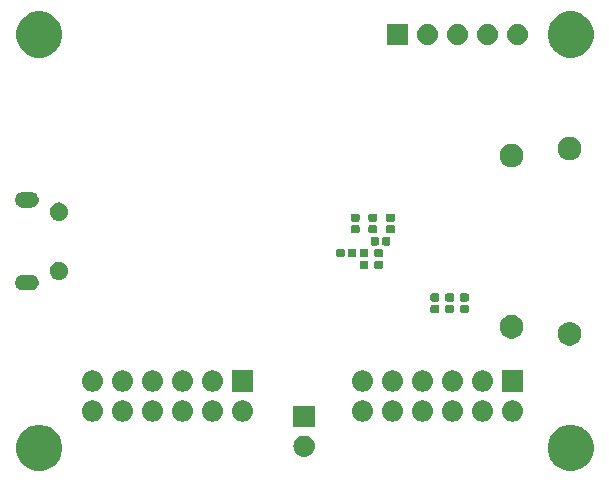
<source format=gbr>
G04 #@! TF.GenerationSoftware,KiCad,Pcbnew,5.0.2-bee76a0~70~ubuntu18.04.1*
G04 #@! TF.CreationDate,2020-08-11T13:50:02+01:00*
G04 #@! TF.ProjectId,picodvi,7069636f-6476-4692-9e6b-696361645f70,rev?*
G04 #@! TF.SameCoordinates,Original*
G04 #@! TF.FileFunction,Soldermask,Bot*
G04 #@! TF.FilePolarity,Negative*
%FSLAX46Y46*%
G04 Gerber Fmt 4.6, Leading zero omitted, Abs format (unit mm)*
G04 Created by KiCad (PCBNEW 5.0.2-bee76a0~70~ubuntu18.04.1) date Tue 11 Aug 2020 13:50:02 BST*
%MOMM*%
%LPD*%
G01*
G04 APERTURE LIST*
%ADD10C,0.100000*%
G04 APERTURE END LIST*
D10*
G36*
X248068795Y-120624937D02*
X248423670Y-120771932D01*
X248743053Y-120985337D01*
X249014663Y-121256947D01*
X249228068Y-121576330D01*
X249375063Y-121931205D01*
X249450000Y-122307942D01*
X249450000Y-122692058D01*
X249375063Y-123068795D01*
X249228068Y-123423670D01*
X249014663Y-123743053D01*
X248743053Y-124014663D01*
X248423670Y-124228068D01*
X248068795Y-124375063D01*
X247692058Y-124450000D01*
X247307942Y-124450000D01*
X246931205Y-124375063D01*
X246576330Y-124228068D01*
X246256947Y-124014663D01*
X245985337Y-123743053D01*
X245771932Y-123423670D01*
X245624937Y-123068795D01*
X245550000Y-122692058D01*
X245550000Y-122307942D01*
X245624937Y-121931205D01*
X245771932Y-121576330D01*
X245985337Y-121256947D01*
X246256947Y-120985337D01*
X246576330Y-120771932D01*
X246931205Y-120624937D01*
X247307942Y-120550000D01*
X247692058Y-120550000D01*
X248068795Y-120624937D01*
X248068795Y-120624937D01*
G37*
G36*
X203068795Y-120624937D02*
X203423670Y-120771932D01*
X203743053Y-120985337D01*
X204014663Y-121256947D01*
X204228068Y-121576330D01*
X204375063Y-121931205D01*
X204450000Y-122307942D01*
X204450000Y-122692058D01*
X204375063Y-123068795D01*
X204228068Y-123423670D01*
X204014663Y-123743053D01*
X203743053Y-124014663D01*
X203423670Y-124228068D01*
X203068795Y-124375063D01*
X202692058Y-124450000D01*
X202307942Y-124450000D01*
X201931205Y-124375063D01*
X201576330Y-124228068D01*
X201256947Y-124014663D01*
X200985337Y-123743053D01*
X200771932Y-123423670D01*
X200624937Y-123068795D01*
X200550000Y-122692058D01*
X200550000Y-122307942D01*
X200624937Y-121931205D01*
X200771932Y-121576330D01*
X200985337Y-121256947D01*
X201256947Y-120985337D01*
X201576330Y-120771932D01*
X201931205Y-120624937D01*
X202307942Y-120550000D01*
X202692058Y-120550000D01*
X203068795Y-120624937D01*
X203068795Y-120624937D01*
G37*
G36*
X225101487Y-121483249D02*
X225271140Y-121534713D01*
X225411441Y-121609706D01*
X225427488Y-121618283D01*
X225564531Y-121730751D01*
X225676999Y-121867794D01*
X225677000Y-121867796D01*
X225760569Y-122024142D01*
X225812033Y-122193795D01*
X225829410Y-122370226D01*
X225812033Y-122546657D01*
X225760569Y-122716310D01*
X225685576Y-122856611D01*
X225676999Y-122872658D01*
X225564531Y-123009701D01*
X225427488Y-123122169D01*
X225427486Y-123122170D01*
X225271140Y-123205739D01*
X225271137Y-123205740D01*
X225101487Y-123257203D01*
X224969263Y-123270226D01*
X224880849Y-123270226D01*
X224748625Y-123257203D01*
X224578975Y-123205740D01*
X224578972Y-123205739D01*
X224422626Y-123122170D01*
X224422624Y-123122169D01*
X224285581Y-123009701D01*
X224173113Y-122872658D01*
X224164536Y-122856611D01*
X224089543Y-122716310D01*
X224038079Y-122546657D01*
X224020702Y-122370226D01*
X224038079Y-122193795D01*
X224089543Y-122024142D01*
X224173112Y-121867796D01*
X224173113Y-121867794D01*
X224285581Y-121730751D01*
X224422624Y-121618283D01*
X224438671Y-121609706D01*
X224578972Y-121534713D01*
X224748625Y-121483249D01*
X224880849Y-121470226D01*
X224969263Y-121470226D01*
X225101487Y-121483249D01*
X225101487Y-121483249D01*
G37*
G36*
X225825056Y-120730226D02*
X224025056Y-120730226D01*
X224025056Y-118930226D01*
X225825056Y-118930226D01*
X225825056Y-120730226D01*
X225825056Y-120730226D01*
G37*
G36*
X230046431Y-118493023D02*
X230216084Y-118544487D01*
X230356385Y-118619480D01*
X230372432Y-118628057D01*
X230509475Y-118740525D01*
X230621943Y-118877568D01*
X230621944Y-118877570D01*
X230705513Y-119033916D01*
X230756977Y-119203569D01*
X230774354Y-119380000D01*
X230756977Y-119556431D01*
X230705513Y-119726084D01*
X230630520Y-119866385D01*
X230621943Y-119882432D01*
X230509475Y-120019475D01*
X230372432Y-120131943D01*
X230372430Y-120131944D01*
X230216084Y-120215513D01*
X230216081Y-120215514D01*
X230046431Y-120266977D01*
X229914207Y-120280000D01*
X229825793Y-120280000D01*
X229693569Y-120266977D01*
X229523919Y-120215514D01*
X229523916Y-120215513D01*
X229367570Y-120131944D01*
X229367568Y-120131943D01*
X229230525Y-120019475D01*
X229118057Y-119882432D01*
X229109480Y-119866385D01*
X229034487Y-119726084D01*
X228983023Y-119556431D01*
X228965646Y-119380000D01*
X228983023Y-119203569D01*
X229034487Y-119033916D01*
X229118056Y-118877570D01*
X229118057Y-118877568D01*
X229230525Y-118740525D01*
X229367568Y-118628057D01*
X229383615Y-118619480D01*
X229523916Y-118544487D01*
X229693569Y-118493023D01*
X229825793Y-118480000D01*
X229914207Y-118480000D01*
X230046431Y-118493023D01*
X230046431Y-118493023D01*
G37*
G36*
X240206431Y-118493023D02*
X240376084Y-118544487D01*
X240516385Y-118619480D01*
X240532432Y-118628057D01*
X240669475Y-118740525D01*
X240781943Y-118877568D01*
X240781944Y-118877570D01*
X240865513Y-119033916D01*
X240916977Y-119203569D01*
X240934354Y-119380000D01*
X240916977Y-119556431D01*
X240865513Y-119726084D01*
X240790520Y-119866385D01*
X240781943Y-119882432D01*
X240669475Y-120019475D01*
X240532432Y-120131943D01*
X240532430Y-120131944D01*
X240376084Y-120215513D01*
X240206431Y-120266977D01*
X240074207Y-120280000D01*
X239985793Y-120280000D01*
X239853569Y-120266977D01*
X239683916Y-120215513D01*
X239527570Y-120131944D01*
X239527568Y-120131943D01*
X239390525Y-120019475D01*
X239278057Y-119882432D01*
X239269480Y-119866385D01*
X239194487Y-119726084D01*
X239143023Y-119556431D01*
X239125646Y-119380000D01*
X239143023Y-119203569D01*
X239194487Y-119033916D01*
X239278056Y-118877570D01*
X239278057Y-118877568D01*
X239390525Y-118740525D01*
X239527568Y-118628057D01*
X239543615Y-118619480D01*
X239683916Y-118544487D01*
X239853569Y-118493023D01*
X239985793Y-118480000D01*
X240074207Y-118480000D01*
X240206431Y-118493023D01*
X240206431Y-118493023D01*
G37*
G36*
X235126431Y-118493023D02*
X235296084Y-118544487D01*
X235436385Y-118619480D01*
X235452432Y-118628057D01*
X235589475Y-118740525D01*
X235701943Y-118877568D01*
X235701944Y-118877570D01*
X235785513Y-119033916D01*
X235836977Y-119203569D01*
X235854354Y-119380000D01*
X235836977Y-119556431D01*
X235785513Y-119726084D01*
X235710520Y-119866385D01*
X235701943Y-119882432D01*
X235589475Y-120019475D01*
X235452432Y-120131943D01*
X235452430Y-120131944D01*
X235296084Y-120215513D01*
X235296081Y-120215514D01*
X235126431Y-120266977D01*
X234994207Y-120280000D01*
X234905793Y-120280000D01*
X234773569Y-120266977D01*
X234603919Y-120215514D01*
X234603916Y-120215513D01*
X234447570Y-120131944D01*
X234447568Y-120131943D01*
X234310525Y-120019475D01*
X234198057Y-119882432D01*
X234189480Y-119866385D01*
X234114487Y-119726084D01*
X234063023Y-119556431D01*
X234045646Y-119380000D01*
X234063023Y-119203569D01*
X234114487Y-119033916D01*
X234198056Y-118877570D01*
X234198057Y-118877568D01*
X234310525Y-118740525D01*
X234447568Y-118628057D01*
X234463615Y-118619480D01*
X234603916Y-118544487D01*
X234773569Y-118493023D01*
X234905793Y-118480000D01*
X234994207Y-118480000D01*
X235126431Y-118493023D01*
X235126431Y-118493023D01*
G37*
G36*
X232586431Y-118493023D02*
X232756084Y-118544487D01*
X232896385Y-118619480D01*
X232912432Y-118628057D01*
X233049475Y-118740525D01*
X233161943Y-118877568D01*
X233161944Y-118877570D01*
X233245513Y-119033916D01*
X233296977Y-119203569D01*
X233314354Y-119380000D01*
X233296977Y-119556431D01*
X233245513Y-119726084D01*
X233170520Y-119866385D01*
X233161943Y-119882432D01*
X233049475Y-120019475D01*
X232912432Y-120131943D01*
X232912430Y-120131944D01*
X232756084Y-120215513D01*
X232756081Y-120215514D01*
X232586431Y-120266977D01*
X232454207Y-120280000D01*
X232365793Y-120280000D01*
X232233569Y-120266977D01*
X232063919Y-120215514D01*
X232063916Y-120215513D01*
X231907570Y-120131944D01*
X231907568Y-120131943D01*
X231770525Y-120019475D01*
X231658057Y-119882432D01*
X231649480Y-119866385D01*
X231574487Y-119726084D01*
X231523023Y-119556431D01*
X231505646Y-119380000D01*
X231523023Y-119203569D01*
X231574487Y-119033916D01*
X231658056Y-118877570D01*
X231658057Y-118877568D01*
X231770525Y-118740525D01*
X231907568Y-118628057D01*
X231923615Y-118619480D01*
X232063916Y-118544487D01*
X232233569Y-118493023D01*
X232365793Y-118480000D01*
X232454207Y-118480000D01*
X232586431Y-118493023D01*
X232586431Y-118493023D01*
G37*
G36*
X207186431Y-118493023D02*
X207356084Y-118544487D01*
X207496385Y-118619480D01*
X207512432Y-118628057D01*
X207649475Y-118740525D01*
X207761943Y-118877568D01*
X207761944Y-118877570D01*
X207845513Y-119033916D01*
X207896977Y-119203569D01*
X207914354Y-119380000D01*
X207896977Y-119556431D01*
X207845513Y-119726084D01*
X207770520Y-119866385D01*
X207761943Y-119882432D01*
X207649475Y-120019475D01*
X207512432Y-120131943D01*
X207512430Y-120131944D01*
X207356084Y-120215513D01*
X207356081Y-120215514D01*
X207186431Y-120266977D01*
X207054207Y-120280000D01*
X206965793Y-120280000D01*
X206833569Y-120266977D01*
X206663919Y-120215514D01*
X206663916Y-120215513D01*
X206507570Y-120131944D01*
X206507568Y-120131943D01*
X206370525Y-120019475D01*
X206258057Y-119882432D01*
X206249480Y-119866385D01*
X206174487Y-119726084D01*
X206123023Y-119556431D01*
X206105646Y-119380000D01*
X206123023Y-119203569D01*
X206174487Y-119033916D01*
X206258056Y-118877570D01*
X206258057Y-118877568D01*
X206370525Y-118740525D01*
X206507568Y-118628057D01*
X206523615Y-118619480D01*
X206663916Y-118544487D01*
X206833569Y-118493023D01*
X206965793Y-118480000D01*
X207054207Y-118480000D01*
X207186431Y-118493023D01*
X207186431Y-118493023D01*
G37*
G36*
X209726431Y-118493023D02*
X209896084Y-118544487D01*
X210036385Y-118619480D01*
X210052432Y-118628057D01*
X210189475Y-118740525D01*
X210301943Y-118877568D01*
X210301944Y-118877570D01*
X210385513Y-119033916D01*
X210436977Y-119203569D01*
X210454354Y-119380000D01*
X210436977Y-119556431D01*
X210385513Y-119726084D01*
X210310520Y-119866385D01*
X210301943Y-119882432D01*
X210189475Y-120019475D01*
X210052432Y-120131943D01*
X210052430Y-120131944D01*
X209896084Y-120215513D01*
X209896081Y-120215514D01*
X209726431Y-120266977D01*
X209594207Y-120280000D01*
X209505793Y-120280000D01*
X209373569Y-120266977D01*
X209203919Y-120215514D01*
X209203916Y-120215513D01*
X209047570Y-120131944D01*
X209047568Y-120131943D01*
X208910525Y-120019475D01*
X208798057Y-119882432D01*
X208789480Y-119866385D01*
X208714487Y-119726084D01*
X208663023Y-119556431D01*
X208645646Y-119380000D01*
X208663023Y-119203569D01*
X208714487Y-119033916D01*
X208798056Y-118877570D01*
X208798057Y-118877568D01*
X208910525Y-118740525D01*
X209047568Y-118628057D01*
X209063615Y-118619480D01*
X209203916Y-118544487D01*
X209373569Y-118493023D01*
X209505793Y-118480000D01*
X209594207Y-118480000D01*
X209726431Y-118493023D01*
X209726431Y-118493023D01*
G37*
G36*
X212266431Y-118493023D02*
X212436084Y-118544487D01*
X212576385Y-118619480D01*
X212592432Y-118628057D01*
X212729475Y-118740525D01*
X212841943Y-118877568D01*
X212841944Y-118877570D01*
X212925513Y-119033916D01*
X212976977Y-119203569D01*
X212994354Y-119380000D01*
X212976977Y-119556431D01*
X212925513Y-119726084D01*
X212850520Y-119866385D01*
X212841943Y-119882432D01*
X212729475Y-120019475D01*
X212592432Y-120131943D01*
X212592430Y-120131944D01*
X212436084Y-120215513D01*
X212436081Y-120215514D01*
X212266431Y-120266977D01*
X212134207Y-120280000D01*
X212045793Y-120280000D01*
X211913569Y-120266977D01*
X211743919Y-120215514D01*
X211743916Y-120215513D01*
X211587570Y-120131944D01*
X211587568Y-120131943D01*
X211450525Y-120019475D01*
X211338057Y-119882432D01*
X211329480Y-119866385D01*
X211254487Y-119726084D01*
X211203023Y-119556431D01*
X211185646Y-119380000D01*
X211203023Y-119203569D01*
X211254487Y-119033916D01*
X211338056Y-118877570D01*
X211338057Y-118877568D01*
X211450525Y-118740525D01*
X211587568Y-118628057D01*
X211603615Y-118619480D01*
X211743916Y-118544487D01*
X211913569Y-118493023D01*
X212045793Y-118480000D01*
X212134207Y-118480000D01*
X212266431Y-118493023D01*
X212266431Y-118493023D01*
G37*
G36*
X214806431Y-118493023D02*
X214976084Y-118544487D01*
X215116385Y-118619480D01*
X215132432Y-118628057D01*
X215269475Y-118740525D01*
X215381943Y-118877568D01*
X215381944Y-118877570D01*
X215465513Y-119033916D01*
X215516977Y-119203569D01*
X215534354Y-119380000D01*
X215516977Y-119556431D01*
X215465513Y-119726084D01*
X215390520Y-119866385D01*
X215381943Y-119882432D01*
X215269475Y-120019475D01*
X215132432Y-120131943D01*
X215132430Y-120131944D01*
X214976084Y-120215513D01*
X214976081Y-120215514D01*
X214806431Y-120266977D01*
X214674207Y-120280000D01*
X214585793Y-120280000D01*
X214453569Y-120266977D01*
X214283919Y-120215514D01*
X214283916Y-120215513D01*
X214127570Y-120131944D01*
X214127568Y-120131943D01*
X213990525Y-120019475D01*
X213878057Y-119882432D01*
X213869480Y-119866385D01*
X213794487Y-119726084D01*
X213743023Y-119556431D01*
X213725646Y-119380000D01*
X213743023Y-119203569D01*
X213794487Y-119033916D01*
X213878056Y-118877570D01*
X213878057Y-118877568D01*
X213990525Y-118740525D01*
X214127568Y-118628057D01*
X214143615Y-118619480D01*
X214283916Y-118544487D01*
X214453569Y-118493023D01*
X214585793Y-118480000D01*
X214674207Y-118480000D01*
X214806431Y-118493023D01*
X214806431Y-118493023D01*
G37*
G36*
X217346431Y-118493023D02*
X217516084Y-118544487D01*
X217656385Y-118619480D01*
X217672432Y-118628057D01*
X217809475Y-118740525D01*
X217921943Y-118877568D01*
X217921944Y-118877570D01*
X218005513Y-119033916D01*
X218056977Y-119203569D01*
X218074354Y-119380000D01*
X218056977Y-119556431D01*
X218005513Y-119726084D01*
X217930520Y-119866385D01*
X217921943Y-119882432D01*
X217809475Y-120019475D01*
X217672432Y-120131943D01*
X217672430Y-120131944D01*
X217516084Y-120215513D01*
X217516081Y-120215514D01*
X217346431Y-120266977D01*
X217214207Y-120280000D01*
X217125793Y-120280000D01*
X216993569Y-120266977D01*
X216823919Y-120215514D01*
X216823916Y-120215513D01*
X216667570Y-120131944D01*
X216667568Y-120131943D01*
X216530525Y-120019475D01*
X216418057Y-119882432D01*
X216409480Y-119866385D01*
X216334487Y-119726084D01*
X216283023Y-119556431D01*
X216265646Y-119380000D01*
X216283023Y-119203569D01*
X216334487Y-119033916D01*
X216418056Y-118877570D01*
X216418057Y-118877568D01*
X216530525Y-118740525D01*
X216667568Y-118628057D01*
X216683615Y-118619480D01*
X216823916Y-118544487D01*
X216993569Y-118493023D01*
X217125793Y-118480000D01*
X217214207Y-118480000D01*
X217346431Y-118493023D01*
X217346431Y-118493023D01*
G37*
G36*
X219886431Y-118493023D02*
X220056084Y-118544487D01*
X220196385Y-118619480D01*
X220212432Y-118628057D01*
X220349475Y-118740525D01*
X220461943Y-118877568D01*
X220461944Y-118877570D01*
X220545513Y-119033916D01*
X220596977Y-119203569D01*
X220614354Y-119380000D01*
X220596977Y-119556431D01*
X220545513Y-119726084D01*
X220470520Y-119866385D01*
X220461943Y-119882432D01*
X220349475Y-120019475D01*
X220212432Y-120131943D01*
X220212430Y-120131944D01*
X220056084Y-120215513D01*
X220056081Y-120215514D01*
X219886431Y-120266977D01*
X219754207Y-120280000D01*
X219665793Y-120280000D01*
X219533569Y-120266977D01*
X219363919Y-120215514D01*
X219363916Y-120215513D01*
X219207570Y-120131944D01*
X219207568Y-120131943D01*
X219070525Y-120019475D01*
X218958057Y-119882432D01*
X218949480Y-119866385D01*
X218874487Y-119726084D01*
X218823023Y-119556431D01*
X218805646Y-119380000D01*
X218823023Y-119203569D01*
X218874487Y-119033916D01*
X218958056Y-118877570D01*
X218958057Y-118877568D01*
X219070525Y-118740525D01*
X219207568Y-118628057D01*
X219223615Y-118619480D01*
X219363916Y-118544487D01*
X219533569Y-118493023D01*
X219665793Y-118480000D01*
X219754207Y-118480000D01*
X219886431Y-118493023D01*
X219886431Y-118493023D01*
G37*
G36*
X242746431Y-118493023D02*
X242916084Y-118544487D01*
X243056385Y-118619480D01*
X243072432Y-118628057D01*
X243209475Y-118740525D01*
X243321943Y-118877568D01*
X243321944Y-118877570D01*
X243405513Y-119033916D01*
X243456977Y-119203569D01*
X243474354Y-119380000D01*
X243456977Y-119556431D01*
X243405513Y-119726084D01*
X243330520Y-119866385D01*
X243321943Y-119882432D01*
X243209475Y-120019475D01*
X243072432Y-120131943D01*
X243072430Y-120131944D01*
X242916084Y-120215513D01*
X242746431Y-120266977D01*
X242614207Y-120280000D01*
X242525793Y-120280000D01*
X242393569Y-120266977D01*
X242223916Y-120215513D01*
X242067570Y-120131944D01*
X242067568Y-120131943D01*
X241930525Y-120019475D01*
X241818057Y-119882432D01*
X241809480Y-119866385D01*
X241734487Y-119726084D01*
X241683023Y-119556431D01*
X241665646Y-119380000D01*
X241683023Y-119203569D01*
X241734487Y-119033916D01*
X241818056Y-118877570D01*
X241818057Y-118877568D01*
X241930525Y-118740525D01*
X242067568Y-118628057D01*
X242083615Y-118619480D01*
X242223916Y-118544487D01*
X242393569Y-118493023D01*
X242525793Y-118480000D01*
X242614207Y-118480000D01*
X242746431Y-118493023D01*
X242746431Y-118493023D01*
G37*
G36*
X237666431Y-118493023D02*
X237836084Y-118544487D01*
X237976385Y-118619480D01*
X237992432Y-118628057D01*
X238129475Y-118740525D01*
X238241943Y-118877568D01*
X238241944Y-118877570D01*
X238325513Y-119033916D01*
X238376977Y-119203569D01*
X238394354Y-119380000D01*
X238376977Y-119556431D01*
X238325513Y-119726084D01*
X238250520Y-119866385D01*
X238241943Y-119882432D01*
X238129475Y-120019475D01*
X237992432Y-120131943D01*
X237992430Y-120131944D01*
X237836084Y-120215513D01*
X237666431Y-120266977D01*
X237534207Y-120280000D01*
X237445793Y-120280000D01*
X237313569Y-120266977D01*
X237143916Y-120215513D01*
X236987570Y-120131944D01*
X236987568Y-120131943D01*
X236850525Y-120019475D01*
X236738057Y-119882432D01*
X236729480Y-119866385D01*
X236654487Y-119726084D01*
X236603023Y-119556431D01*
X236585646Y-119380000D01*
X236603023Y-119203569D01*
X236654487Y-119033916D01*
X236738056Y-118877570D01*
X236738057Y-118877568D01*
X236850525Y-118740525D01*
X236987568Y-118628057D01*
X237003615Y-118619480D01*
X237143916Y-118544487D01*
X237313569Y-118493023D01*
X237445793Y-118480000D01*
X237534207Y-118480000D01*
X237666431Y-118493023D01*
X237666431Y-118493023D01*
G37*
G36*
X212266431Y-115953023D02*
X212436084Y-116004487D01*
X212576385Y-116079480D01*
X212592432Y-116088057D01*
X212729475Y-116200525D01*
X212841943Y-116337568D01*
X212841944Y-116337570D01*
X212925513Y-116493916D01*
X212976977Y-116663569D01*
X212994354Y-116840000D01*
X212976977Y-117016431D01*
X212925513Y-117186084D01*
X212850520Y-117326385D01*
X212841943Y-117342432D01*
X212729475Y-117479475D01*
X212592432Y-117591943D01*
X212592430Y-117591944D01*
X212436084Y-117675513D01*
X212436081Y-117675514D01*
X212266431Y-117726977D01*
X212134207Y-117740000D01*
X212045793Y-117740000D01*
X211913569Y-117726977D01*
X211743919Y-117675514D01*
X211743916Y-117675513D01*
X211587570Y-117591944D01*
X211587568Y-117591943D01*
X211450525Y-117479475D01*
X211338057Y-117342432D01*
X211329480Y-117326385D01*
X211254487Y-117186084D01*
X211203023Y-117016431D01*
X211185646Y-116840000D01*
X211203023Y-116663569D01*
X211254487Y-116493916D01*
X211338056Y-116337570D01*
X211338057Y-116337568D01*
X211450525Y-116200525D01*
X211587568Y-116088057D01*
X211603615Y-116079480D01*
X211743916Y-116004487D01*
X211913569Y-115953023D01*
X212045793Y-115940000D01*
X212134207Y-115940000D01*
X212266431Y-115953023D01*
X212266431Y-115953023D01*
G37*
G36*
X240206431Y-115953023D02*
X240376084Y-116004487D01*
X240516385Y-116079480D01*
X240532432Y-116088057D01*
X240669475Y-116200525D01*
X240781943Y-116337568D01*
X240781944Y-116337570D01*
X240865513Y-116493916D01*
X240916977Y-116663569D01*
X240934354Y-116840000D01*
X240916977Y-117016431D01*
X240865513Y-117186084D01*
X240790520Y-117326385D01*
X240781943Y-117342432D01*
X240669475Y-117479475D01*
X240532432Y-117591943D01*
X240532430Y-117591944D01*
X240376084Y-117675513D01*
X240376081Y-117675514D01*
X240206431Y-117726977D01*
X240074207Y-117740000D01*
X239985793Y-117740000D01*
X239853569Y-117726977D01*
X239683919Y-117675514D01*
X239683916Y-117675513D01*
X239527570Y-117591944D01*
X239527568Y-117591943D01*
X239390525Y-117479475D01*
X239278057Y-117342432D01*
X239269480Y-117326385D01*
X239194487Y-117186084D01*
X239143023Y-117016431D01*
X239125646Y-116840000D01*
X239143023Y-116663569D01*
X239194487Y-116493916D01*
X239278056Y-116337570D01*
X239278057Y-116337568D01*
X239390525Y-116200525D01*
X239527568Y-116088057D01*
X239543615Y-116079480D01*
X239683916Y-116004487D01*
X239853569Y-115953023D01*
X239985793Y-115940000D01*
X240074207Y-115940000D01*
X240206431Y-115953023D01*
X240206431Y-115953023D01*
G37*
G36*
X235126431Y-115953023D02*
X235296084Y-116004487D01*
X235436385Y-116079480D01*
X235452432Y-116088057D01*
X235589475Y-116200525D01*
X235701943Y-116337568D01*
X235701944Y-116337570D01*
X235785513Y-116493916D01*
X235836977Y-116663569D01*
X235854354Y-116840000D01*
X235836977Y-117016431D01*
X235785513Y-117186084D01*
X235710520Y-117326385D01*
X235701943Y-117342432D01*
X235589475Y-117479475D01*
X235452432Y-117591943D01*
X235452430Y-117591944D01*
X235296084Y-117675513D01*
X235296081Y-117675514D01*
X235126431Y-117726977D01*
X234994207Y-117740000D01*
X234905793Y-117740000D01*
X234773569Y-117726977D01*
X234603919Y-117675514D01*
X234603916Y-117675513D01*
X234447570Y-117591944D01*
X234447568Y-117591943D01*
X234310525Y-117479475D01*
X234198057Y-117342432D01*
X234189480Y-117326385D01*
X234114487Y-117186084D01*
X234063023Y-117016431D01*
X234045646Y-116840000D01*
X234063023Y-116663569D01*
X234114487Y-116493916D01*
X234198056Y-116337570D01*
X234198057Y-116337568D01*
X234310525Y-116200525D01*
X234447568Y-116088057D01*
X234463615Y-116079480D01*
X234603916Y-116004487D01*
X234773569Y-115953023D01*
X234905793Y-115940000D01*
X234994207Y-115940000D01*
X235126431Y-115953023D01*
X235126431Y-115953023D01*
G37*
G36*
X243470000Y-117740000D02*
X241670000Y-117740000D01*
X241670000Y-115940000D01*
X243470000Y-115940000D01*
X243470000Y-117740000D01*
X243470000Y-117740000D01*
G37*
G36*
X232586431Y-115953023D02*
X232756084Y-116004487D01*
X232896385Y-116079480D01*
X232912432Y-116088057D01*
X233049475Y-116200525D01*
X233161943Y-116337568D01*
X233161944Y-116337570D01*
X233245513Y-116493916D01*
X233296977Y-116663569D01*
X233314354Y-116840000D01*
X233296977Y-117016431D01*
X233245513Y-117186084D01*
X233170520Y-117326385D01*
X233161943Y-117342432D01*
X233049475Y-117479475D01*
X232912432Y-117591943D01*
X232912430Y-117591944D01*
X232756084Y-117675513D01*
X232756081Y-117675514D01*
X232586431Y-117726977D01*
X232454207Y-117740000D01*
X232365793Y-117740000D01*
X232233569Y-117726977D01*
X232063919Y-117675514D01*
X232063916Y-117675513D01*
X231907570Y-117591944D01*
X231907568Y-117591943D01*
X231770525Y-117479475D01*
X231658057Y-117342432D01*
X231649480Y-117326385D01*
X231574487Y-117186084D01*
X231523023Y-117016431D01*
X231505646Y-116840000D01*
X231523023Y-116663569D01*
X231574487Y-116493916D01*
X231658056Y-116337570D01*
X231658057Y-116337568D01*
X231770525Y-116200525D01*
X231907568Y-116088057D01*
X231923615Y-116079480D01*
X232063916Y-116004487D01*
X232233569Y-115953023D01*
X232365793Y-115940000D01*
X232454207Y-115940000D01*
X232586431Y-115953023D01*
X232586431Y-115953023D01*
G37*
G36*
X237666431Y-115953023D02*
X237836084Y-116004487D01*
X237976385Y-116079480D01*
X237992432Y-116088057D01*
X238129475Y-116200525D01*
X238241943Y-116337568D01*
X238241944Y-116337570D01*
X238325513Y-116493916D01*
X238376977Y-116663569D01*
X238394354Y-116840000D01*
X238376977Y-117016431D01*
X238325513Y-117186084D01*
X238250520Y-117326385D01*
X238241943Y-117342432D01*
X238129475Y-117479475D01*
X237992432Y-117591943D01*
X237992430Y-117591944D01*
X237836084Y-117675513D01*
X237836081Y-117675514D01*
X237666431Y-117726977D01*
X237534207Y-117740000D01*
X237445793Y-117740000D01*
X237313569Y-117726977D01*
X237143919Y-117675514D01*
X237143916Y-117675513D01*
X236987570Y-117591944D01*
X236987568Y-117591943D01*
X236850525Y-117479475D01*
X236738057Y-117342432D01*
X236729480Y-117326385D01*
X236654487Y-117186084D01*
X236603023Y-117016431D01*
X236585646Y-116840000D01*
X236603023Y-116663569D01*
X236654487Y-116493916D01*
X236738056Y-116337570D01*
X236738057Y-116337568D01*
X236850525Y-116200525D01*
X236987568Y-116088057D01*
X237003615Y-116079480D01*
X237143916Y-116004487D01*
X237313569Y-115953023D01*
X237445793Y-115940000D01*
X237534207Y-115940000D01*
X237666431Y-115953023D01*
X237666431Y-115953023D01*
G37*
G36*
X230046431Y-115953023D02*
X230216084Y-116004487D01*
X230356385Y-116079480D01*
X230372432Y-116088057D01*
X230509475Y-116200525D01*
X230621943Y-116337568D01*
X230621944Y-116337570D01*
X230705513Y-116493916D01*
X230756977Y-116663569D01*
X230774354Y-116840000D01*
X230756977Y-117016431D01*
X230705513Y-117186084D01*
X230630520Y-117326385D01*
X230621943Y-117342432D01*
X230509475Y-117479475D01*
X230372432Y-117591943D01*
X230372430Y-117591944D01*
X230216084Y-117675513D01*
X230216081Y-117675514D01*
X230046431Y-117726977D01*
X229914207Y-117740000D01*
X229825793Y-117740000D01*
X229693569Y-117726977D01*
X229523919Y-117675514D01*
X229523916Y-117675513D01*
X229367570Y-117591944D01*
X229367568Y-117591943D01*
X229230525Y-117479475D01*
X229118057Y-117342432D01*
X229109480Y-117326385D01*
X229034487Y-117186084D01*
X228983023Y-117016431D01*
X228965646Y-116840000D01*
X228983023Y-116663569D01*
X229034487Y-116493916D01*
X229118056Y-116337570D01*
X229118057Y-116337568D01*
X229230525Y-116200525D01*
X229367568Y-116088057D01*
X229383615Y-116079480D01*
X229523916Y-116004487D01*
X229693569Y-115953023D01*
X229825793Y-115940000D01*
X229914207Y-115940000D01*
X230046431Y-115953023D01*
X230046431Y-115953023D01*
G37*
G36*
X220610000Y-117740000D02*
X218810000Y-117740000D01*
X218810000Y-115940000D01*
X220610000Y-115940000D01*
X220610000Y-117740000D01*
X220610000Y-117740000D01*
G37*
G36*
X217346431Y-115953023D02*
X217516084Y-116004487D01*
X217656385Y-116079480D01*
X217672432Y-116088057D01*
X217809475Y-116200525D01*
X217921943Y-116337568D01*
X217921944Y-116337570D01*
X218005513Y-116493916D01*
X218056977Y-116663569D01*
X218074354Y-116840000D01*
X218056977Y-117016431D01*
X218005513Y-117186084D01*
X217930520Y-117326385D01*
X217921943Y-117342432D01*
X217809475Y-117479475D01*
X217672432Y-117591943D01*
X217672430Y-117591944D01*
X217516084Y-117675513D01*
X217516081Y-117675514D01*
X217346431Y-117726977D01*
X217214207Y-117740000D01*
X217125793Y-117740000D01*
X216993569Y-117726977D01*
X216823919Y-117675514D01*
X216823916Y-117675513D01*
X216667570Y-117591944D01*
X216667568Y-117591943D01*
X216530525Y-117479475D01*
X216418057Y-117342432D01*
X216409480Y-117326385D01*
X216334487Y-117186084D01*
X216283023Y-117016431D01*
X216265646Y-116840000D01*
X216283023Y-116663569D01*
X216334487Y-116493916D01*
X216418056Y-116337570D01*
X216418057Y-116337568D01*
X216530525Y-116200525D01*
X216667568Y-116088057D01*
X216683615Y-116079480D01*
X216823916Y-116004487D01*
X216993569Y-115953023D01*
X217125793Y-115940000D01*
X217214207Y-115940000D01*
X217346431Y-115953023D01*
X217346431Y-115953023D01*
G37*
G36*
X214806431Y-115953023D02*
X214976084Y-116004487D01*
X215116385Y-116079480D01*
X215132432Y-116088057D01*
X215269475Y-116200525D01*
X215381943Y-116337568D01*
X215381944Y-116337570D01*
X215465513Y-116493916D01*
X215516977Y-116663569D01*
X215534354Y-116840000D01*
X215516977Y-117016431D01*
X215465513Y-117186084D01*
X215390520Y-117326385D01*
X215381943Y-117342432D01*
X215269475Y-117479475D01*
X215132432Y-117591943D01*
X215132430Y-117591944D01*
X214976084Y-117675513D01*
X214976081Y-117675514D01*
X214806431Y-117726977D01*
X214674207Y-117740000D01*
X214585793Y-117740000D01*
X214453569Y-117726977D01*
X214283919Y-117675514D01*
X214283916Y-117675513D01*
X214127570Y-117591944D01*
X214127568Y-117591943D01*
X213990525Y-117479475D01*
X213878057Y-117342432D01*
X213869480Y-117326385D01*
X213794487Y-117186084D01*
X213743023Y-117016431D01*
X213725646Y-116840000D01*
X213743023Y-116663569D01*
X213794487Y-116493916D01*
X213878056Y-116337570D01*
X213878057Y-116337568D01*
X213990525Y-116200525D01*
X214127568Y-116088057D01*
X214143615Y-116079480D01*
X214283916Y-116004487D01*
X214453569Y-115953023D01*
X214585793Y-115940000D01*
X214674207Y-115940000D01*
X214806431Y-115953023D01*
X214806431Y-115953023D01*
G37*
G36*
X207186431Y-115953023D02*
X207356084Y-116004487D01*
X207496385Y-116079480D01*
X207512432Y-116088057D01*
X207649475Y-116200525D01*
X207761943Y-116337568D01*
X207761944Y-116337570D01*
X207845513Y-116493916D01*
X207896977Y-116663569D01*
X207914354Y-116840000D01*
X207896977Y-117016431D01*
X207845513Y-117186084D01*
X207770520Y-117326385D01*
X207761943Y-117342432D01*
X207649475Y-117479475D01*
X207512432Y-117591943D01*
X207512430Y-117591944D01*
X207356084Y-117675513D01*
X207356081Y-117675514D01*
X207186431Y-117726977D01*
X207054207Y-117740000D01*
X206965793Y-117740000D01*
X206833569Y-117726977D01*
X206663919Y-117675514D01*
X206663916Y-117675513D01*
X206507570Y-117591944D01*
X206507568Y-117591943D01*
X206370525Y-117479475D01*
X206258057Y-117342432D01*
X206249480Y-117326385D01*
X206174487Y-117186084D01*
X206123023Y-117016431D01*
X206105646Y-116840000D01*
X206123023Y-116663569D01*
X206174487Y-116493916D01*
X206258056Y-116337570D01*
X206258057Y-116337568D01*
X206370525Y-116200525D01*
X206507568Y-116088057D01*
X206523615Y-116079480D01*
X206663916Y-116004487D01*
X206833569Y-115953023D01*
X206965793Y-115940000D01*
X207054207Y-115940000D01*
X207186431Y-115953023D01*
X207186431Y-115953023D01*
G37*
G36*
X209726431Y-115953023D02*
X209896084Y-116004487D01*
X210036385Y-116079480D01*
X210052432Y-116088057D01*
X210189475Y-116200525D01*
X210301943Y-116337568D01*
X210301944Y-116337570D01*
X210385513Y-116493916D01*
X210436977Y-116663569D01*
X210454354Y-116840000D01*
X210436977Y-117016431D01*
X210385513Y-117186084D01*
X210310520Y-117326385D01*
X210301943Y-117342432D01*
X210189475Y-117479475D01*
X210052432Y-117591943D01*
X210052430Y-117591944D01*
X209896084Y-117675513D01*
X209896081Y-117675514D01*
X209726431Y-117726977D01*
X209594207Y-117740000D01*
X209505793Y-117740000D01*
X209373569Y-117726977D01*
X209203919Y-117675514D01*
X209203916Y-117675513D01*
X209047570Y-117591944D01*
X209047568Y-117591943D01*
X208910525Y-117479475D01*
X208798057Y-117342432D01*
X208789480Y-117326385D01*
X208714487Y-117186084D01*
X208663023Y-117016431D01*
X208645646Y-116840000D01*
X208663023Y-116663569D01*
X208714487Y-116493916D01*
X208798056Y-116337570D01*
X208798057Y-116337568D01*
X208910525Y-116200525D01*
X209047568Y-116088057D01*
X209063615Y-116079480D01*
X209203916Y-116004487D01*
X209373569Y-115953023D01*
X209505793Y-115940000D01*
X209594207Y-115940000D01*
X209726431Y-115953023D01*
X209726431Y-115953023D01*
G37*
G36*
X247691689Y-111888429D02*
X247873678Y-111963811D01*
X248037463Y-112073249D01*
X248176751Y-112212537D01*
X248286189Y-112376322D01*
X248361571Y-112558311D01*
X248400000Y-112751509D01*
X248400000Y-112948491D01*
X248361571Y-113141689D01*
X248286189Y-113323678D01*
X248176751Y-113487463D01*
X248037463Y-113626751D01*
X247873678Y-113736189D01*
X247691689Y-113811571D01*
X247498491Y-113850000D01*
X247301509Y-113850000D01*
X247108311Y-113811571D01*
X246926322Y-113736189D01*
X246762537Y-113626751D01*
X246623249Y-113487463D01*
X246513811Y-113323678D01*
X246438429Y-113141689D01*
X246400000Y-112948491D01*
X246400000Y-112751509D01*
X246438429Y-112558311D01*
X246513811Y-112376322D01*
X246623249Y-112212537D01*
X246762537Y-112073249D01*
X246926322Y-111963811D01*
X247108311Y-111888429D01*
X247301509Y-111850000D01*
X247498491Y-111850000D01*
X247691689Y-111888429D01*
X247691689Y-111888429D01*
G37*
G36*
X242791689Y-111288429D02*
X242973678Y-111363811D01*
X243137463Y-111473249D01*
X243276751Y-111612537D01*
X243386189Y-111776322D01*
X243461571Y-111958311D01*
X243500000Y-112151509D01*
X243500000Y-112348491D01*
X243461571Y-112541689D01*
X243386189Y-112723678D01*
X243276751Y-112887463D01*
X243137463Y-113026751D01*
X242973678Y-113136189D01*
X242791689Y-113211571D01*
X242598491Y-113250000D01*
X242401509Y-113250000D01*
X242208311Y-113211571D01*
X242026322Y-113136189D01*
X241862537Y-113026751D01*
X241723249Y-112887463D01*
X241613811Y-112723678D01*
X241538429Y-112541689D01*
X241500000Y-112348491D01*
X241500000Y-112151509D01*
X241538429Y-111958311D01*
X241613811Y-111776322D01*
X241723249Y-111612537D01*
X241862537Y-111473249D01*
X242026322Y-111363811D01*
X242208311Y-111288429D01*
X242401509Y-111250000D01*
X242598491Y-111250000D01*
X242791689Y-111288429D01*
X242791689Y-111288429D01*
G37*
G36*
X236251031Y-110393074D02*
X236278699Y-110401468D01*
X236304200Y-110415098D01*
X236326555Y-110433445D01*
X236344902Y-110455800D01*
X236358532Y-110481301D01*
X236366926Y-110508969D01*
X236370000Y-110540185D01*
X236370000Y-110929815D01*
X236366926Y-110961031D01*
X236358532Y-110988699D01*
X236344902Y-111014200D01*
X236326555Y-111036555D01*
X236304200Y-111054902D01*
X236278699Y-111068532D01*
X236251031Y-111076926D01*
X236219815Y-111080000D01*
X235780185Y-111080000D01*
X235748969Y-111076926D01*
X235721301Y-111068532D01*
X235695800Y-111054902D01*
X235673445Y-111036555D01*
X235655098Y-111014200D01*
X235641468Y-110988699D01*
X235633074Y-110961031D01*
X235630000Y-110929815D01*
X235630000Y-110540185D01*
X235633074Y-110508969D01*
X235641468Y-110481301D01*
X235655098Y-110455800D01*
X235673445Y-110433445D01*
X235695800Y-110415098D01*
X235721301Y-110401468D01*
X235748969Y-110393074D01*
X235780185Y-110390000D01*
X236219815Y-110390000D01*
X236251031Y-110393074D01*
X236251031Y-110393074D01*
G37*
G36*
X237501031Y-110393074D02*
X237528699Y-110401468D01*
X237554200Y-110415098D01*
X237576555Y-110433445D01*
X237594902Y-110455800D01*
X237608532Y-110481301D01*
X237616926Y-110508969D01*
X237620000Y-110540185D01*
X237620000Y-110929815D01*
X237616926Y-110961031D01*
X237608532Y-110988699D01*
X237594902Y-111014200D01*
X237576555Y-111036555D01*
X237554200Y-111054902D01*
X237528699Y-111068532D01*
X237501031Y-111076926D01*
X237469815Y-111080000D01*
X237030185Y-111080000D01*
X236998969Y-111076926D01*
X236971301Y-111068532D01*
X236945800Y-111054902D01*
X236923445Y-111036555D01*
X236905098Y-111014200D01*
X236891468Y-110988699D01*
X236883074Y-110961031D01*
X236880000Y-110929815D01*
X236880000Y-110540185D01*
X236883074Y-110508969D01*
X236891468Y-110481301D01*
X236905098Y-110455800D01*
X236923445Y-110433445D01*
X236945800Y-110415098D01*
X236971301Y-110401468D01*
X236998969Y-110393074D01*
X237030185Y-110390000D01*
X237469815Y-110390000D01*
X237501031Y-110393074D01*
X237501031Y-110393074D01*
G37*
G36*
X238751031Y-110393074D02*
X238778699Y-110401468D01*
X238804200Y-110415098D01*
X238826555Y-110433445D01*
X238844902Y-110455800D01*
X238858532Y-110481301D01*
X238866926Y-110508969D01*
X238870000Y-110540185D01*
X238870000Y-110929815D01*
X238866926Y-110961031D01*
X238858532Y-110988699D01*
X238844902Y-111014200D01*
X238826555Y-111036555D01*
X238804200Y-111054902D01*
X238778699Y-111068532D01*
X238751031Y-111076926D01*
X238719815Y-111080000D01*
X238280185Y-111080000D01*
X238248969Y-111076926D01*
X238221301Y-111068532D01*
X238195800Y-111054902D01*
X238173445Y-111036555D01*
X238155098Y-111014200D01*
X238141468Y-110988699D01*
X238133074Y-110961031D01*
X238130000Y-110929815D01*
X238130000Y-110540185D01*
X238133074Y-110508969D01*
X238141468Y-110481301D01*
X238155098Y-110455800D01*
X238173445Y-110433445D01*
X238195800Y-110415098D01*
X238221301Y-110401468D01*
X238248969Y-110393074D01*
X238280185Y-110390000D01*
X238719815Y-110390000D01*
X238751031Y-110393074D01*
X238751031Y-110393074D01*
G37*
G36*
X237501031Y-109423074D02*
X237528699Y-109431468D01*
X237554200Y-109445098D01*
X237576555Y-109463445D01*
X237594902Y-109485800D01*
X237608532Y-109511301D01*
X237616926Y-109538969D01*
X237620000Y-109570185D01*
X237620000Y-109959815D01*
X237616926Y-109991031D01*
X237608532Y-110018699D01*
X237594902Y-110044200D01*
X237576555Y-110066555D01*
X237554200Y-110084902D01*
X237528699Y-110098532D01*
X237501031Y-110106926D01*
X237469815Y-110110000D01*
X237030185Y-110110000D01*
X236998969Y-110106926D01*
X236971301Y-110098532D01*
X236945800Y-110084902D01*
X236923445Y-110066555D01*
X236905098Y-110044200D01*
X236891468Y-110018699D01*
X236883074Y-109991031D01*
X236880000Y-109959815D01*
X236880000Y-109570185D01*
X236883074Y-109538969D01*
X236891468Y-109511301D01*
X236905098Y-109485800D01*
X236923445Y-109463445D01*
X236945800Y-109445098D01*
X236971301Y-109431468D01*
X236998969Y-109423074D01*
X237030185Y-109420000D01*
X237469815Y-109420000D01*
X237501031Y-109423074D01*
X237501031Y-109423074D01*
G37*
G36*
X236251031Y-109423074D02*
X236278699Y-109431468D01*
X236304200Y-109445098D01*
X236326555Y-109463445D01*
X236344902Y-109485800D01*
X236358532Y-109511301D01*
X236366926Y-109538969D01*
X236370000Y-109570185D01*
X236370000Y-109959815D01*
X236366926Y-109991031D01*
X236358532Y-110018699D01*
X236344902Y-110044200D01*
X236326555Y-110066555D01*
X236304200Y-110084902D01*
X236278699Y-110098532D01*
X236251031Y-110106926D01*
X236219815Y-110110000D01*
X235780185Y-110110000D01*
X235748969Y-110106926D01*
X235721301Y-110098532D01*
X235695800Y-110084902D01*
X235673445Y-110066555D01*
X235655098Y-110044200D01*
X235641468Y-110018699D01*
X235633074Y-109991031D01*
X235630000Y-109959815D01*
X235630000Y-109570185D01*
X235633074Y-109538969D01*
X235641468Y-109511301D01*
X235655098Y-109485800D01*
X235673445Y-109463445D01*
X235695800Y-109445098D01*
X235721301Y-109431468D01*
X235748969Y-109423074D01*
X235780185Y-109420000D01*
X236219815Y-109420000D01*
X236251031Y-109423074D01*
X236251031Y-109423074D01*
G37*
G36*
X238751031Y-109423074D02*
X238778699Y-109431468D01*
X238804200Y-109445098D01*
X238826555Y-109463445D01*
X238844902Y-109485800D01*
X238858532Y-109511301D01*
X238866926Y-109538969D01*
X238870000Y-109570185D01*
X238870000Y-109959815D01*
X238866926Y-109991031D01*
X238858532Y-110018699D01*
X238844902Y-110044200D01*
X238826555Y-110066555D01*
X238804200Y-110084902D01*
X238778699Y-110098532D01*
X238751031Y-110106926D01*
X238719815Y-110110000D01*
X238280185Y-110110000D01*
X238248969Y-110106926D01*
X238221301Y-110098532D01*
X238195800Y-110084902D01*
X238173445Y-110066555D01*
X238155098Y-110044200D01*
X238141468Y-110018699D01*
X238133074Y-109991031D01*
X238130000Y-109959815D01*
X238130000Y-109570185D01*
X238133074Y-109538969D01*
X238141468Y-109511301D01*
X238155098Y-109485800D01*
X238173445Y-109463445D01*
X238195800Y-109445098D01*
X238221301Y-109431468D01*
X238248969Y-109423074D01*
X238280185Y-109420000D01*
X238719815Y-109420000D01*
X238751031Y-109423074D01*
X238751031Y-109423074D01*
G37*
G36*
X201939922Y-107859405D02*
X202062448Y-107896573D01*
X202175368Y-107956930D01*
X202274343Y-108038157D01*
X202355570Y-108137132D01*
X202415927Y-108250052D01*
X202453095Y-108372578D01*
X202465645Y-108500000D01*
X202453095Y-108627422D01*
X202415927Y-108749948D01*
X202355570Y-108862868D01*
X202274343Y-108961843D01*
X202175368Y-109043070D01*
X202062448Y-109103427D01*
X201939922Y-109140595D01*
X201844432Y-109150000D01*
X201080568Y-109150000D01*
X200985078Y-109140595D01*
X200862552Y-109103427D01*
X200749632Y-109043070D01*
X200650657Y-108961843D01*
X200569430Y-108862868D01*
X200509073Y-108749948D01*
X200471905Y-108627422D01*
X200459355Y-108500000D01*
X200471905Y-108372578D01*
X200509073Y-108250052D01*
X200569430Y-108137132D01*
X200650657Y-108038157D01*
X200749632Y-107956930D01*
X200862552Y-107896573D01*
X200985078Y-107859405D01*
X201080568Y-107850000D01*
X201844432Y-107850000D01*
X201939922Y-107859405D01*
X201939922Y-107859405D01*
G37*
G36*
X204313695Y-106739891D02*
X204388560Y-106754783D01*
X204435573Y-106774257D01*
X204529600Y-106813204D01*
X204656534Y-106898018D01*
X204764482Y-107005966D01*
X204849296Y-107132900D01*
X204873425Y-107191153D01*
X204907717Y-107273940D01*
X204918868Y-107330000D01*
X204937500Y-107423669D01*
X204937500Y-107576331D01*
X204907717Y-107726059D01*
X204849296Y-107867100D01*
X204764482Y-107994034D01*
X204656534Y-108101982D01*
X204529600Y-108186796D01*
X204435573Y-108225743D01*
X204388560Y-108245217D01*
X204313695Y-108260109D01*
X204238831Y-108275000D01*
X204086169Y-108275000D01*
X204011305Y-108260109D01*
X203936440Y-108245217D01*
X203889427Y-108225743D01*
X203795400Y-108186796D01*
X203668466Y-108101982D01*
X203560518Y-107994034D01*
X203475704Y-107867100D01*
X203417283Y-107726059D01*
X203387500Y-107576331D01*
X203387500Y-107423669D01*
X203406132Y-107330000D01*
X203417283Y-107273940D01*
X203451575Y-107191153D01*
X203475704Y-107132900D01*
X203560518Y-107005966D01*
X203668466Y-106898018D01*
X203795400Y-106813204D01*
X203889427Y-106774257D01*
X203936440Y-106754783D01*
X204011305Y-106739891D01*
X204086169Y-106725000D01*
X204238831Y-106725000D01*
X204313695Y-106739891D01*
X204313695Y-106739891D01*
G37*
G36*
X231501031Y-106643074D02*
X231528699Y-106651468D01*
X231554200Y-106665098D01*
X231576555Y-106683445D01*
X231594902Y-106705800D01*
X231608532Y-106731301D01*
X231616926Y-106758969D01*
X231620000Y-106790185D01*
X231620000Y-107179815D01*
X231616926Y-107211031D01*
X231608532Y-107238699D01*
X231594902Y-107264200D01*
X231576555Y-107286555D01*
X231554200Y-107304902D01*
X231528699Y-107318532D01*
X231501031Y-107326926D01*
X231469815Y-107330000D01*
X231030185Y-107330000D01*
X230998969Y-107326926D01*
X230971301Y-107318532D01*
X230945800Y-107304902D01*
X230923445Y-107286555D01*
X230905098Y-107264200D01*
X230891468Y-107238699D01*
X230883074Y-107211031D01*
X230880000Y-107179815D01*
X230880000Y-106790185D01*
X230883074Y-106758969D01*
X230891468Y-106731301D01*
X230905098Y-106705800D01*
X230923445Y-106683445D01*
X230945800Y-106665098D01*
X230971301Y-106651468D01*
X230998969Y-106643074D01*
X231030185Y-106640000D01*
X231469815Y-106640000D01*
X231501031Y-106643074D01*
X231501031Y-106643074D01*
G37*
G36*
X230251031Y-106643074D02*
X230278699Y-106651468D01*
X230304200Y-106665098D01*
X230326555Y-106683445D01*
X230344902Y-106705800D01*
X230358532Y-106731301D01*
X230366926Y-106758969D01*
X230370000Y-106790185D01*
X230370000Y-107179815D01*
X230366926Y-107211031D01*
X230358532Y-107238699D01*
X230344902Y-107264200D01*
X230326555Y-107286555D01*
X230304200Y-107304902D01*
X230278699Y-107318532D01*
X230251031Y-107326926D01*
X230219815Y-107330000D01*
X229780185Y-107330000D01*
X229748969Y-107326926D01*
X229721301Y-107318532D01*
X229695800Y-107304902D01*
X229673445Y-107286555D01*
X229655098Y-107264200D01*
X229641468Y-107238699D01*
X229633074Y-107211031D01*
X229630000Y-107179815D01*
X229630000Y-106790185D01*
X229633074Y-106758969D01*
X229641468Y-106731301D01*
X229655098Y-106705800D01*
X229673445Y-106683445D01*
X229695800Y-106665098D01*
X229721301Y-106651468D01*
X229748969Y-106643074D01*
X229780185Y-106640000D01*
X230219815Y-106640000D01*
X230251031Y-106643074D01*
X230251031Y-106643074D01*
G37*
G36*
X229211031Y-105633074D02*
X229238699Y-105641468D01*
X229264200Y-105655098D01*
X229286555Y-105673445D01*
X229304902Y-105695800D01*
X229318532Y-105721301D01*
X229326926Y-105748969D01*
X229330000Y-105780185D01*
X229330000Y-106219815D01*
X229326926Y-106251031D01*
X229318532Y-106278699D01*
X229304902Y-106304200D01*
X229286555Y-106326555D01*
X229264200Y-106344902D01*
X229238699Y-106358532D01*
X229211031Y-106366926D01*
X229179815Y-106370000D01*
X228790185Y-106370000D01*
X228758969Y-106366926D01*
X228731301Y-106358532D01*
X228705800Y-106344902D01*
X228683445Y-106326555D01*
X228665098Y-106304200D01*
X228651468Y-106278699D01*
X228643074Y-106251031D01*
X228640000Y-106219815D01*
X228640000Y-105780185D01*
X228643074Y-105748969D01*
X228651468Y-105721301D01*
X228665098Y-105695800D01*
X228683445Y-105673445D01*
X228705800Y-105655098D01*
X228731301Y-105641468D01*
X228758969Y-105633074D01*
X228790185Y-105630000D01*
X229179815Y-105630000D01*
X229211031Y-105633074D01*
X229211031Y-105633074D01*
G37*
G36*
X228241031Y-105633074D02*
X228268699Y-105641468D01*
X228294200Y-105655098D01*
X228316555Y-105673445D01*
X228334902Y-105695800D01*
X228348532Y-105721301D01*
X228356926Y-105748969D01*
X228360000Y-105780185D01*
X228360000Y-106219815D01*
X228356926Y-106251031D01*
X228348532Y-106278699D01*
X228334902Y-106304200D01*
X228316555Y-106326555D01*
X228294200Y-106344902D01*
X228268699Y-106358532D01*
X228241031Y-106366926D01*
X228209815Y-106370000D01*
X227820185Y-106370000D01*
X227788969Y-106366926D01*
X227761301Y-106358532D01*
X227735800Y-106344902D01*
X227713445Y-106326555D01*
X227695098Y-106304200D01*
X227681468Y-106278699D01*
X227673074Y-106251031D01*
X227670000Y-106219815D01*
X227670000Y-105780185D01*
X227673074Y-105748969D01*
X227681468Y-105721301D01*
X227695098Y-105695800D01*
X227713445Y-105673445D01*
X227735800Y-105655098D01*
X227761301Y-105641468D01*
X227788969Y-105633074D01*
X227820185Y-105630000D01*
X228209815Y-105630000D01*
X228241031Y-105633074D01*
X228241031Y-105633074D01*
G37*
G36*
X231501031Y-105673074D02*
X231528699Y-105681468D01*
X231554200Y-105695098D01*
X231576555Y-105713445D01*
X231594902Y-105735800D01*
X231608532Y-105761301D01*
X231616926Y-105788969D01*
X231620000Y-105820185D01*
X231620000Y-106209815D01*
X231616926Y-106241031D01*
X231608532Y-106268699D01*
X231594902Y-106294200D01*
X231576555Y-106316555D01*
X231554200Y-106334902D01*
X231528699Y-106348532D01*
X231501031Y-106356926D01*
X231469815Y-106360000D01*
X231030185Y-106360000D01*
X230998969Y-106356926D01*
X230971301Y-106348532D01*
X230945800Y-106334902D01*
X230923445Y-106316555D01*
X230905098Y-106294200D01*
X230891468Y-106268699D01*
X230883074Y-106241031D01*
X230880000Y-106209815D01*
X230880000Y-105820185D01*
X230883074Y-105788969D01*
X230891468Y-105761301D01*
X230905098Y-105735800D01*
X230923445Y-105713445D01*
X230945800Y-105695098D01*
X230971301Y-105681468D01*
X230998969Y-105673074D01*
X231030185Y-105670000D01*
X231469815Y-105670000D01*
X231501031Y-105673074D01*
X231501031Y-105673074D01*
G37*
G36*
X230251031Y-105673074D02*
X230278699Y-105681468D01*
X230304200Y-105695098D01*
X230326555Y-105713445D01*
X230344902Y-105735800D01*
X230358532Y-105761301D01*
X230366926Y-105788969D01*
X230370000Y-105820185D01*
X230370000Y-106209815D01*
X230366926Y-106241031D01*
X230358532Y-106268699D01*
X230344902Y-106294200D01*
X230326555Y-106316555D01*
X230304200Y-106334902D01*
X230278699Y-106348532D01*
X230251031Y-106356926D01*
X230219815Y-106360000D01*
X229780185Y-106360000D01*
X229748969Y-106356926D01*
X229721301Y-106348532D01*
X229695800Y-106334902D01*
X229673445Y-106316555D01*
X229655098Y-106294200D01*
X229641468Y-106268699D01*
X229633074Y-106241031D01*
X229630000Y-106209815D01*
X229630000Y-105820185D01*
X229633074Y-105788969D01*
X229641468Y-105761301D01*
X229655098Y-105735800D01*
X229673445Y-105713445D01*
X229695800Y-105695098D01*
X229721301Y-105681468D01*
X229748969Y-105673074D01*
X229780185Y-105670000D01*
X230219815Y-105670000D01*
X230251031Y-105673074D01*
X230251031Y-105673074D01*
G37*
G36*
X231141031Y-104633074D02*
X231168699Y-104641468D01*
X231194200Y-104655098D01*
X231216555Y-104673445D01*
X231234902Y-104695800D01*
X231248532Y-104721301D01*
X231256926Y-104748969D01*
X231260000Y-104780185D01*
X231260000Y-105219815D01*
X231256926Y-105251031D01*
X231248532Y-105278699D01*
X231234902Y-105304200D01*
X231216555Y-105326555D01*
X231194200Y-105344902D01*
X231168699Y-105358532D01*
X231141031Y-105366926D01*
X231109815Y-105370000D01*
X230720185Y-105370000D01*
X230688969Y-105366926D01*
X230661301Y-105358532D01*
X230635800Y-105344902D01*
X230613445Y-105326555D01*
X230595098Y-105304200D01*
X230581468Y-105278699D01*
X230573074Y-105251031D01*
X230570000Y-105219815D01*
X230570000Y-104780185D01*
X230573074Y-104748969D01*
X230581468Y-104721301D01*
X230595098Y-104695800D01*
X230613445Y-104673445D01*
X230635800Y-104655098D01*
X230661301Y-104641468D01*
X230688969Y-104633074D01*
X230720185Y-104630000D01*
X231109815Y-104630000D01*
X231141031Y-104633074D01*
X231141031Y-104633074D01*
G37*
G36*
X232111031Y-104633074D02*
X232138699Y-104641468D01*
X232164200Y-104655098D01*
X232186555Y-104673445D01*
X232204902Y-104695800D01*
X232218532Y-104721301D01*
X232226926Y-104748969D01*
X232230000Y-104780185D01*
X232230000Y-105219815D01*
X232226926Y-105251031D01*
X232218532Y-105278699D01*
X232204902Y-105304200D01*
X232186555Y-105326555D01*
X232164200Y-105344902D01*
X232138699Y-105358532D01*
X232111031Y-105366926D01*
X232079815Y-105370000D01*
X231690185Y-105370000D01*
X231658969Y-105366926D01*
X231631301Y-105358532D01*
X231605800Y-105344902D01*
X231583445Y-105326555D01*
X231565098Y-105304200D01*
X231551468Y-105278699D01*
X231543074Y-105251031D01*
X231540000Y-105219815D01*
X231540000Y-104780185D01*
X231543074Y-104748969D01*
X231551468Y-104721301D01*
X231565098Y-104695800D01*
X231583445Y-104673445D01*
X231605800Y-104655098D01*
X231631301Y-104641468D01*
X231658969Y-104633074D01*
X231690185Y-104630000D01*
X232079815Y-104630000D01*
X232111031Y-104633074D01*
X232111031Y-104633074D01*
G37*
G36*
X232501031Y-103643074D02*
X232528699Y-103651468D01*
X232554200Y-103665098D01*
X232576555Y-103683445D01*
X232594902Y-103705800D01*
X232608532Y-103731301D01*
X232616926Y-103758969D01*
X232620000Y-103790185D01*
X232620000Y-104179815D01*
X232616926Y-104211031D01*
X232608532Y-104238699D01*
X232594902Y-104264200D01*
X232576555Y-104286555D01*
X232554200Y-104304902D01*
X232528699Y-104318532D01*
X232501031Y-104326926D01*
X232469815Y-104330000D01*
X232030185Y-104330000D01*
X231998969Y-104326926D01*
X231971301Y-104318532D01*
X231945800Y-104304902D01*
X231923445Y-104286555D01*
X231905098Y-104264200D01*
X231891468Y-104238699D01*
X231883074Y-104211031D01*
X231880000Y-104179815D01*
X231880000Y-103790185D01*
X231883074Y-103758969D01*
X231891468Y-103731301D01*
X231905098Y-103705800D01*
X231923445Y-103683445D01*
X231945800Y-103665098D01*
X231971301Y-103651468D01*
X231998969Y-103643074D01*
X232030185Y-103640000D01*
X232469815Y-103640000D01*
X232501031Y-103643074D01*
X232501031Y-103643074D01*
G37*
G36*
X231001031Y-103643074D02*
X231028699Y-103651468D01*
X231054200Y-103665098D01*
X231076555Y-103683445D01*
X231094902Y-103705800D01*
X231108532Y-103731301D01*
X231116926Y-103758969D01*
X231120000Y-103790185D01*
X231120000Y-104179815D01*
X231116926Y-104211031D01*
X231108532Y-104238699D01*
X231094902Y-104264200D01*
X231076555Y-104286555D01*
X231054200Y-104304902D01*
X231028699Y-104318532D01*
X231001031Y-104326926D01*
X230969815Y-104330000D01*
X230530185Y-104330000D01*
X230498969Y-104326926D01*
X230471301Y-104318532D01*
X230445800Y-104304902D01*
X230423445Y-104286555D01*
X230405098Y-104264200D01*
X230391468Y-104238699D01*
X230383074Y-104211031D01*
X230380000Y-104179815D01*
X230380000Y-103790185D01*
X230383074Y-103758969D01*
X230391468Y-103731301D01*
X230405098Y-103705800D01*
X230423445Y-103683445D01*
X230445800Y-103665098D01*
X230471301Y-103651468D01*
X230498969Y-103643074D01*
X230530185Y-103640000D01*
X230969815Y-103640000D01*
X231001031Y-103643074D01*
X231001031Y-103643074D01*
G37*
G36*
X229501031Y-103643074D02*
X229528699Y-103651468D01*
X229554200Y-103665098D01*
X229576555Y-103683445D01*
X229594902Y-103705800D01*
X229608532Y-103731301D01*
X229616926Y-103758969D01*
X229620000Y-103790185D01*
X229620000Y-104179815D01*
X229616926Y-104211031D01*
X229608532Y-104238699D01*
X229594902Y-104264200D01*
X229576555Y-104286555D01*
X229554200Y-104304902D01*
X229528699Y-104318532D01*
X229501031Y-104326926D01*
X229469815Y-104330000D01*
X229030185Y-104330000D01*
X228998969Y-104326926D01*
X228971301Y-104318532D01*
X228945800Y-104304902D01*
X228923445Y-104286555D01*
X228905098Y-104264200D01*
X228891468Y-104238699D01*
X228883074Y-104211031D01*
X228880000Y-104179815D01*
X228880000Y-103790185D01*
X228883074Y-103758969D01*
X228891468Y-103731301D01*
X228905098Y-103705800D01*
X228923445Y-103683445D01*
X228945800Y-103665098D01*
X228971301Y-103651468D01*
X228998969Y-103643074D01*
X229030185Y-103640000D01*
X229469815Y-103640000D01*
X229501031Y-103643074D01*
X229501031Y-103643074D01*
G37*
G36*
X229501031Y-102673074D02*
X229528699Y-102681468D01*
X229554200Y-102695098D01*
X229576555Y-102713445D01*
X229594902Y-102735800D01*
X229608532Y-102761301D01*
X229616926Y-102788969D01*
X229620000Y-102820185D01*
X229620000Y-103209815D01*
X229616926Y-103241031D01*
X229608532Y-103268699D01*
X229594902Y-103294200D01*
X229576555Y-103316555D01*
X229554200Y-103334902D01*
X229528699Y-103348532D01*
X229501031Y-103356926D01*
X229469815Y-103360000D01*
X229030185Y-103360000D01*
X228998969Y-103356926D01*
X228971301Y-103348532D01*
X228945800Y-103334902D01*
X228923445Y-103316555D01*
X228905098Y-103294200D01*
X228891468Y-103268699D01*
X228883074Y-103241031D01*
X228880000Y-103209815D01*
X228880000Y-102820185D01*
X228883074Y-102788969D01*
X228891468Y-102761301D01*
X228905098Y-102735800D01*
X228923445Y-102713445D01*
X228945800Y-102695098D01*
X228971301Y-102681468D01*
X228998969Y-102673074D01*
X229030185Y-102670000D01*
X229469815Y-102670000D01*
X229501031Y-102673074D01*
X229501031Y-102673074D01*
G37*
G36*
X232501031Y-102673074D02*
X232528699Y-102681468D01*
X232554200Y-102695098D01*
X232576555Y-102713445D01*
X232594902Y-102735800D01*
X232608532Y-102761301D01*
X232616926Y-102788969D01*
X232620000Y-102820185D01*
X232620000Y-103209815D01*
X232616926Y-103241031D01*
X232608532Y-103268699D01*
X232594902Y-103294200D01*
X232576555Y-103316555D01*
X232554200Y-103334902D01*
X232528699Y-103348532D01*
X232501031Y-103356926D01*
X232469815Y-103360000D01*
X232030185Y-103360000D01*
X231998969Y-103356926D01*
X231971301Y-103348532D01*
X231945800Y-103334902D01*
X231923445Y-103316555D01*
X231905098Y-103294200D01*
X231891468Y-103268699D01*
X231883074Y-103241031D01*
X231880000Y-103209815D01*
X231880000Y-102820185D01*
X231883074Y-102788969D01*
X231891468Y-102761301D01*
X231905098Y-102735800D01*
X231923445Y-102713445D01*
X231945800Y-102695098D01*
X231971301Y-102681468D01*
X231998969Y-102673074D01*
X232030185Y-102670000D01*
X232469815Y-102670000D01*
X232501031Y-102673074D01*
X232501031Y-102673074D01*
G37*
G36*
X231001031Y-102673074D02*
X231028699Y-102681468D01*
X231054200Y-102695098D01*
X231076555Y-102713445D01*
X231094902Y-102735800D01*
X231108532Y-102761301D01*
X231116926Y-102788969D01*
X231120000Y-102820185D01*
X231120000Y-103209815D01*
X231116926Y-103241031D01*
X231108532Y-103268699D01*
X231094902Y-103294200D01*
X231076555Y-103316555D01*
X231054200Y-103334902D01*
X231028699Y-103348532D01*
X231001031Y-103356926D01*
X230969815Y-103360000D01*
X230530185Y-103360000D01*
X230498969Y-103356926D01*
X230471301Y-103348532D01*
X230445800Y-103334902D01*
X230423445Y-103316555D01*
X230405098Y-103294200D01*
X230391468Y-103268699D01*
X230383074Y-103241031D01*
X230380000Y-103209815D01*
X230380000Y-102820185D01*
X230383074Y-102788969D01*
X230391468Y-102761301D01*
X230405098Y-102735800D01*
X230423445Y-102713445D01*
X230445800Y-102695098D01*
X230471301Y-102681468D01*
X230498969Y-102673074D01*
X230530185Y-102670000D01*
X230969815Y-102670000D01*
X231001031Y-102673074D01*
X231001031Y-102673074D01*
G37*
G36*
X204313695Y-101739892D02*
X204388560Y-101754783D01*
X204435573Y-101774257D01*
X204529600Y-101813204D01*
X204656534Y-101898018D01*
X204764482Y-102005966D01*
X204849296Y-102132900D01*
X204888243Y-102226927D01*
X204907717Y-102273940D01*
X204937500Y-102423670D01*
X204937500Y-102576330D01*
X204918257Y-102673074D01*
X204907717Y-102726059D01*
X204849296Y-102867100D01*
X204764482Y-102994034D01*
X204656534Y-103101982D01*
X204529600Y-103186796D01*
X204435573Y-103225743D01*
X204388560Y-103245217D01*
X204346853Y-103253513D01*
X204238831Y-103275000D01*
X204086169Y-103275000D01*
X203978147Y-103253513D01*
X203936440Y-103245217D01*
X203889427Y-103225743D01*
X203795400Y-103186796D01*
X203668466Y-103101982D01*
X203560518Y-102994034D01*
X203475704Y-102867100D01*
X203417283Y-102726059D01*
X203406744Y-102673074D01*
X203387500Y-102576330D01*
X203387500Y-102423670D01*
X203417283Y-102273940D01*
X203436757Y-102226927D01*
X203475704Y-102132900D01*
X203560518Y-102005966D01*
X203668466Y-101898018D01*
X203795400Y-101813204D01*
X203889427Y-101774257D01*
X203936440Y-101754783D01*
X204011305Y-101739892D01*
X204086169Y-101725000D01*
X204238831Y-101725000D01*
X204313695Y-101739892D01*
X204313695Y-101739892D01*
G37*
G36*
X201939922Y-100859405D02*
X202062448Y-100896573D01*
X202175368Y-100956930D01*
X202274343Y-101038157D01*
X202355570Y-101137132D01*
X202415927Y-101250052D01*
X202453095Y-101372578D01*
X202465645Y-101500000D01*
X202453095Y-101627422D01*
X202415927Y-101749948D01*
X202355570Y-101862868D01*
X202274343Y-101961843D01*
X202175368Y-102043070D01*
X202062448Y-102103427D01*
X201939922Y-102140595D01*
X201844432Y-102150000D01*
X201080568Y-102150000D01*
X200985078Y-102140595D01*
X200862552Y-102103427D01*
X200749632Y-102043070D01*
X200650657Y-101961843D01*
X200569430Y-101862868D01*
X200509073Y-101749948D01*
X200471905Y-101627422D01*
X200459355Y-101500000D01*
X200471905Y-101372578D01*
X200509073Y-101250052D01*
X200569430Y-101137132D01*
X200650657Y-101038157D01*
X200749632Y-100956930D01*
X200862552Y-100896573D01*
X200985078Y-100859405D01*
X201080568Y-100850000D01*
X201844432Y-100850000D01*
X201939922Y-100859405D01*
X201939922Y-100859405D01*
G37*
G36*
X242791689Y-96788429D02*
X242973678Y-96863811D01*
X243137463Y-96973249D01*
X243276751Y-97112537D01*
X243386189Y-97276322D01*
X243461571Y-97458311D01*
X243500000Y-97651509D01*
X243500000Y-97848491D01*
X243461571Y-98041689D01*
X243386189Y-98223678D01*
X243276751Y-98387463D01*
X243137463Y-98526751D01*
X242973678Y-98636189D01*
X242791689Y-98711571D01*
X242598491Y-98750000D01*
X242401509Y-98750000D01*
X242208311Y-98711571D01*
X242026322Y-98636189D01*
X241862537Y-98526751D01*
X241723249Y-98387463D01*
X241613811Y-98223678D01*
X241538429Y-98041689D01*
X241500000Y-97848491D01*
X241500000Y-97651509D01*
X241538429Y-97458311D01*
X241613811Y-97276322D01*
X241723249Y-97112537D01*
X241862537Y-96973249D01*
X242026322Y-96863811D01*
X242208311Y-96788429D01*
X242401509Y-96750000D01*
X242598491Y-96750000D01*
X242791689Y-96788429D01*
X242791689Y-96788429D01*
G37*
G36*
X247691689Y-96188429D02*
X247873678Y-96263811D01*
X248037463Y-96373249D01*
X248176751Y-96512537D01*
X248286189Y-96676322D01*
X248361571Y-96858311D01*
X248400000Y-97051509D01*
X248400000Y-97248491D01*
X248361571Y-97441689D01*
X248286189Y-97623678D01*
X248176751Y-97787463D01*
X248037463Y-97926751D01*
X247873678Y-98036189D01*
X247691689Y-98111571D01*
X247498491Y-98150000D01*
X247301509Y-98150000D01*
X247108311Y-98111571D01*
X246926322Y-98036189D01*
X246762537Y-97926751D01*
X246623249Y-97787463D01*
X246513811Y-97623678D01*
X246438429Y-97441689D01*
X246400000Y-97248491D01*
X246400000Y-97051509D01*
X246438429Y-96858311D01*
X246513811Y-96676322D01*
X246623249Y-96512537D01*
X246762537Y-96373249D01*
X246926322Y-96263811D01*
X247108311Y-96188429D01*
X247301509Y-96150000D01*
X247498491Y-96150000D01*
X247691689Y-96188429D01*
X247691689Y-96188429D01*
G37*
G36*
X248068795Y-85624937D02*
X248423670Y-85771932D01*
X248743053Y-85985337D01*
X249014663Y-86256947D01*
X249228068Y-86576330D01*
X249375063Y-86931205D01*
X249450000Y-87307942D01*
X249450000Y-87692058D01*
X249375063Y-88068795D01*
X249228068Y-88423670D01*
X249014663Y-88743053D01*
X248743053Y-89014663D01*
X248423670Y-89228068D01*
X248068795Y-89375063D01*
X247692058Y-89450000D01*
X247307942Y-89450000D01*
X246931205Y-89375063D01*
X246576330Y-89228068D01*
X246256947Y-89014663D01*
X245985337Y-88743053D01*
X245771932Y-88423670D01*
X245624937Y-88068795D01*
X245550000Y-87692058D01*
X245550000Y-87307942D01*
X245624937Y-86931205D01*
X245771932Y-86576330D01*
X245985337Y-86256947D01*
X246256947Y-85985337D01*
X246576330Y-85771932D01*
X246931205Y-85624937D01*
X247307942Y-85550000D01*
X247692058Y-85550000D01*
X248068795Y-85624937D01*
X248068795Y-85624937D01*
G37*
G36*
X203068795Y-85624937D02*
X203423670Y-85771932D01*
X203743053Y-85985337D01*
X204014663Y-86256947D01*
X204228068Y-86576330D01*
X204375063Y-86931205D01*
X204450000Y-87307942D01*
X204450000Y-87692058D01*
X204375063Y-88068795D01*
X204228068Y-88423670D01*
X204014663Y-88743053D01*
X203743053Y-89014663D01*
X203423670Y-89228068D01*
X203068795Y-89375063D01*
X202692058Y-89450000D01*
X202307942Y-89450000D01*
X201931205Y-89375063D01*
X201576330Y-89228068D01*
X201256947Y-89014663D01*
X200985337Y-88743053D01*
X200771932Y-88423670D01*
X200624937Y-88068795D01*
X200550000Y-87692058D01*
X200550000Y-87307942D01*
X200624937Y-86931205D01*
X200771932Y-86576330D01*
X200985337Y-86256947D01*
X201256947Y-85985337D01*
X201576330Y-85771932D01*
X201931205Y-85624937D01*
X202307942Y-85550000D01*
X202692058Y-85550000D01*
X203068795Y-85624937D01*
X203068795Y-85624937D01*
G37*
G36*
X233740000Y-88400000D02*
X231940000Y-88400000D01*
X231940000Y-86600000D01*
X233740000Y-86600000D01*
X233740000Y-88400000D01*
X233740000Y-88400000D01*
G37*
G36*
X235556431Y-86613023D02*
X235726084Y-86664487D01*
X235866385Y-86739480D01*
X235882432Y-86748057D01*
X236019475Y-86860525D01*
X236131943Y-86997568D01*
X236131944Y-86997570D01*
X236215513Y-87153916D01*
X236266977Y-87323569D01*
X236284354Y-87500000D01*
X236266977Y-87676431D01*
X236215513Y-87846084D01*
X236140520Y-87986385D01*
X236131943Y-88002432D01*
X236019475Y-88139475D01*
X235882432Y-88251943D01*
X235882430Y-88251944D01*
X235726084Y-88335513D01*
X235556431Y-88386977D01*
X235424207Y-88400000D01*
X235335793Y-88400000D01*
X235203569Y-88386977D01*
X235033916Y-88335513D01*
X234877570Y-88251944D01*
X234877568Y-88251943D01*
X234740525Y-88139475D01*
X234628057Y-88002432D01*
X234619480Y-87986385D01*
X234544487Y-87846084D01*
X234493023Y-87676431D01*
X234475646Y-87500000D01*
X234493023Y-87323569D01*
X234544487Y-87153916D01*
X234628056Y-86997570D01*
X234628057Y-86997568D01*
X234740525Y-86860525D01*
X234877568Y-86748057D01*
X234893615Y-86739480D01*
X235033916Y-86664487D01*
X235203569Y-86613023D01*
X235335793Y-86600000D01*
X235424207Y-86600000D01*
X235556431Y-86613023D01*
X235556431Y-86613023D01*
G37*
G36*
X238096431Y-86613023D02*
X238266084Y-86664487D01*
X238406385Y-86739480D01*
X238422432Y-86748057D01*
X238559475Y-86860525D01*
X238671943Y-86997568D01*
X238671944Y-86997570D01*
X238755513Y-87153916D01*
X238806977Y-87323569D01*
X238824354Y-87500000D01*
X238806977Y-87676431D01*
X238755513Y-87846084D01*
X238680520Y-87986385D01*
X238671943Y-88002432D01*
X238559475Y-88139475D01*
X238422432Y-88251943D01*
X238422430Y-88251944D01*
X238266084Y-88335513D01*
X238096431Y-88386977D01*
X237964207Y-88400000D01*
X237875793Y-88400000D01*
X237743569Y-88386977D01*
X237573916Y-88335513D01*
X237417570Y-88251944D01*
X237417568Y-88251943D01*
X237280525Y-88139475D01*
X237168057Y-88002432D01*
X237159480Y-87986385D01*
X237084487Y-87846084D01*
X237033023Y-87676431D01*
X237015646Y-87500000D01*
X237033023Y-87323569D01*
X237084487Y-87153916D01*
X237168056Y-86997570D01*
X237168057Y-86997568D01*
X237280525Y-86860525D01*
X237417568Y-86748057D01*
X237433615Y-86739480D01*
X237573916Y-86664487D01*
X237743569Y-86613023D01*
X237875793Y-86600000D01*
X237964207Y-86600000D01*
X238096431Y-86613023D01*
X238096431Y-86613023D01*
G37*
G36*
X240636431Y-86613023D02*
X240806084Y-86664487D01*
X240946385Y-86739480D01*
X240962432Y-86748057D01*
X241099475Y-86860525D01*
X241211943Y-86997568D01*
X241211944Y-86997570D01*
X241295513Y-87153916D01*
X241346977Y-87323569D01*
X241364354Y-87500000D01*
X241346977Y-87676431D01*
X241295513Y-87846084D01*
X241220520Y-87986385D01*
X241211943Y-88002432D01*
X241099475Y-88139475D01*
X240962432Y-88251943D01*
X240962430Y-88251944D01*
X240806084Y-88335513D01*
X240636431Y-88386977D01*
X240504207Y-88400000D01*
X240415793Y-88400000D01*
X240283569Y-88386977D01*
X240113916Y-88335513D01*
X239957570Y-88251944D01*
X239957568Y-88251943D01*
X239820525Y-88139475D01*
X239708057Y-88002432D01*
X239699480Y-87986385D01*
X239624487Y-87846084D01*
X239573023Y-87676431D01*
X239555646Y-87500000D01*
X239573023Y-87323569D01*
X239624487Y-87153916D01*
X239708056Y-86997570D01*
X239708057Y-86997568D01*
X239820525Y-86860525D01*
X239957568Y-86748057D01*
X239973615Y-86739480D01*
X240113916Y-86664487D01*
X240283569Y-86613023D01*
X240415793Y-86600000D01*
X240504207Y-86600000D01*
X240636431Y-86613023D01*
X240636431Y-86613023D01*
G37*
G36*
X243176431Y-86613023D02*
X243346084Y-86664487D01*
X243486385Y-86739480D01*
X243502432Y-86748057D01*
X243639475Y-86860525D01*
X243751943Y-86997568D01*
X243751944Y-86997570D01*
X243835513Y-87153916D01*
X243886977Y-87323569D01*
X243904354Y-87500000D01*
X243886977Y-87676431D01*
X243835513Y-87846084D01*
X243760520Y-87986385D01*
X243751943Y-88002432D01*
X243639475Y-88139475D01*
X243502432Y-88251943D01*
X243502430Y-88251944D01*
X243346084Y-88335513D01*
X243176431Y-88386977D01*
X243044207Y-88400000D01*
X242955793Y-88400000D01*
X242823569Y-88386977D01*
X242653916Y-88335513D01*
X242497570Y-88251944D01*
X242497568Y-88251943D01*
X242360525Y-88139475D01*
X242248057Y-88002432D01*
X242239480Y-87986385D01*
X242164487Y-87846084D01*
X242113023Y-87676431D01*
X242095646Y-87500000D01*
X242113023Y-87323569D01*
X242164487Y-87153916D01*
X242248056Y-86997570D01*
X242248057Y-86997568D01*
X242360525Y-86860525D01*
X242497568Y-86748057D01*
X242513615Y-86739480D01*
X242653916Y-86664487D01*
X242823569Y-86613023D01*
X242955793Y-86600000D01*
X243044207Y-86600000D01*
X243176431Y-86613023D01*
X243176431Y-86613023D01*
G37*
M02*

</source>
